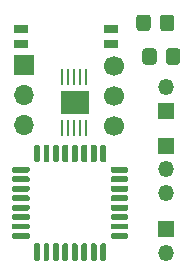
<source format=gbs>
%TF.GenerationSoftware,KiCad,Pcbnew,(5.1.10-1-10_14)*%
%TF.CreationDate,2021-09-29T22:20:09+09:00*%
%TF.ProjectId,seamal,7365616d-616c-42e6-9b69-6361645f7063,rev?*%
%TF.SameCoordinates,Original*%
%TF.FileFunction,Soldermask,Bot*%
%TF.FilePolarity,Negative*%
%FSLAX46Y46*%
G04 Gerber Fmt 4.6, Leading zero omitted, Abs format (unit mm)*
G04 Created by KiCad (PCBNEW (5.1.10-1-10_14)) date 2021-09-29 22:20:09*
%MOMM*%
%LPD*%
G01*
G04 APERTURE LIST*
%ADD10C,0.100000*%
%ADD11R,2.180000X1.720000*%
%ADD12R,0.270000X1.399999*%
%ADD13O,1.350000X1.350000*%
%ADD14R,1.350000X1.350000*%
%ADD15R,1.270000X0.760000*%
%ADD16C,1.700000*%
%ADD17O,1.700000X1.700000*%
%ADD18R,1.700000X1.700000*%
G04 APERTURE END LIST*
D10*
%TO.C,U3*%
G36*
X141696100Y-91151500D02*
G01*
X141696100Y-92998500D01*
X142255900Y-92998500D01*
X142255900Y-91151500D01*
X141696100Y-91151500D01*
G37*
X141696100Y-91151500D02*
X141696100Y-92998500D01*
X142255900Y-92998500D01*
X142255900Y-91151500D01*
X141696100Y-91151500D01*
G36*
X142655900Y-91151500D02*
G01*
X142655900Y-92998500D01*
X143043300Y-92998500D01*
X143043300Y-91151500D01*
X142655900Y-91151500D01*
G37*
X142655900Y-91151500D02*
X142655900Y-92998500D01*
X143043300Y-92998500D01*
X143043300Y-91151500D01*
X142655900Y-91151500D01*
G36*
X143443300Y-91151500D02*
G01*
X143443300Y-92998500D01*
X144003100Y-92998500D01*
X144003100Y-91151500D01*
X143443300Y-91151500D01*
G37*
X143443300Y-91151500D02*
X143443300Y-92998500D01*
X144003100Y-92998500D01*
X144003100Y-91151500D01*
X143443300Y-91151500D01*
G36*
X141696100Y-91151500D02*
G01*
X141696100Y-91481300D01*
X144003100Y-91481300D01*
X144003100Y-91151500D01*
X141696100Y-91151500D01*
G37*
X141696100Y-91151500D02*
X141696100Y-91481300D01*
X144003100Y-91481300D01*
X144003100Y-91151500D01*
X141696100Y-91151500D01*
G36*
X141696100Y-92268700D02*
G01*
X141696100Y-91881300D01*
X144003100Y-91881300D01*
X144003100Y-92268700D01*
X141696100Y-92268700D01*
G37*
X141696100Y-92268700D02*
X141696100Y-91881300D01*
X144003100Y-91881300D01*
X144003100Y-92268700D01*
X141696100Y-92268700D01*
G36*
X141696100Y-92668700D02*
G01*
X141696100Y-92998500D01*
X144003100Y-92998500D01*
X144003100Y-92668700D01*
X141696100Y-92668700D01*
G37*
X141696100Y-92668700D02*
X141696100Y-92998500D01*
X144003100Y-92998500D01*
X144003100Y-92668700D01*
X141696100Y-92668700D01*
%TD*%
D11*
%TO.C,U3*%
X142849600Y-92075000D03*
D12*
X141849599Y-94249999D03*
X142349601Y-94249999D03*
X142849600Y-94249999D03*
X143349599Y-94249999D03*
X143849601Y-94249999D03*
X143849601Y-89900001D03*
X143349599Y-89900001D03*
X142849600Y-89900001D03*
X142349601Y-89900001D03*
X141849599Y-89900001D03*
%TD*%
%TO.C,Motor*%
G36*
G01*
X150107600Y-85794001D02*
X150107600Y-84893999D01*
G75*
G02*
X150357599Y-84644000I249999J0D01*
G01*
X151057601Y-84644000D01*
G75*
G02*
X151307600Y-84893999I0J-249999D01*
G01*
X151307600Y-85794001D01*
G75*
G02*
X151057601Y-86044000I-249999J0D01*
G01*
X150357599Y-86044000D01*
G75*
G02*
X150107600Y-85794001I0J249999D01*
G01*
G37*
G36*
G01*
X148107600Y-85794001D02*
X148107600Y-84893999D01*
G75*
G02*
X148357599Y-84644000I249999J0D01*
G01*
X149057601Y-84644000D01*
G75*
G02*
X149307600Y-84893999I0J-249999D01*
G01*
X149307600Y-85794001D01*
G75*
G02*
X149057601Y-86044000I-249999J0D01*
G01*
X148357599Y-86044000D01*
G75*
G02*
X148107600Y-85794001I0J249999D01*
G01*
G37*
%TD*%
%TO.C,BT1*%
G36*
G01*
X149815600Y-87738799D02*
X149815600Y-88638801D01*
G75*
G02*
X149565601Y-88888800I-249999J0D01*
G01*
X148865599Y-88888800D01*
G75*
G02*
X148615600Y-88638801I0J249999D01*
G01*
X148615600Y-87738799D01*
G75*
G02*
X148865599Y-87488800I249999J0D01*
G01*
X149565601Y-87488800D01*
G75*
G02*
X149815600Y-87738799I0J-249999D01*
G01*
G37*
G36*
G01*
X151815600Y-87738799D02*
X151815600Y-88638801D01*
G75*
G02*
X151565601Y-88888800I-249999J0D01*
G01*
X150865599Y-88888800D01*
G75*
G02*
X150615600Y-88638801I0J249999D01*
G01*
X150615600Y-87738799D01*
G75*
G02*
X150865599Y-87488800I249999J0D01*
G01*
X151565601Y-87488800D01*
G75*
G02*
X151815600Y-87738799I0J-249999D01*
G01*
G37*
%TD*%
D13*
%TO.C,J3*%
X150622000Y-104806500D03*
D14*
X150622000Y-102806500D03*
%TD*%
D15*
%TO.C,SW2*%
X145948400Y-85826600D03*
X138328400Y-87096600D03*
X145948400Y-87096600D03*
X138328400Y-85826600D03*
%TD*%
%TO.C,U1*%
G36*
G01*
X145544000Y-95784000D02*
X145544000Y-97034000D01*
G75*
G02*
X145419000Y-97159000I-125000J0D01*
G01*
X145169000Y-97159000D01*
G75*
G02*
X145044000Y-97034000I0J125000D01*
G01*
X145044000Y-95784000D01*
G75*
G02*
X145169000Y-95659000I125000J0D01*
G01*
X145419000Y-95659000D01*
G75*
G02*
X145544000Y-95784000I0J-125000D01*
G01*
G37*
G36*
G01*
X144744000Y-95784000D02*
X144744000Y-97034000D01*
G75*
G02*
X144619000Y-97159000I-125000J0D01*
G01*
X144369000Y-97159000D01*
G75*
G02*
X144244000Y-97034000I0J125000D01*
G01*
X144244000Y-95784000D01*
G75*
G02*
X144369000Y-95659000I125000J0D01*
G01*
X144619000Y-95659000D01*
G75*
G02*
X144744000Y-95784000I0J-125000D01*
G01*
G37*
G36*
G01*
X143944000Y-95784000D02*
X143944000Y-97034000D01*
G75*
G02*
X143819000Y-97159000I-125000J0D01*
G01*
X143569000Y-97159000D01*
G75*
G02*
X143444000Y-97034000I0J125000D01*
G01*
X143444000Y-95784000D01*
G75*
G02*
X143569000Y-95659000I125000J0D01*
G01*
X143819000Y-95659000D01*
G75*
G02*
X143944000Y-95784000I0J-125000D01*
G01*
G37*
G36*
G01*
X143144000Y-95784000D02*
X143144000Y-97034000D01*
G75*
G02*
X143019000Y-97159000I-125000J0D01*
G01*
X142769000Y-97159000D01*
G75*
G02*
X142644000Y-97034000I0J125000D01*
G01*
X142644000Y-95784000D01*
G75*
G02*
X142769000Y-95659000I125000J0D01*
G01*
X143019000Y-95659000D01*
G75*
G02*
X143144000Y-95784000I0J-125000D01*
G01*
G37*
G36*
G01*
X142344000Y-95784000D02*
X142344000Y-97034000D01*
G75*
G02*
X142219000Y-97159000I-125000J0D01*
G01*
X141969000Y-97159000D01*
G75*
G02*
X141844000Y-97034000I0J125000D01*
G01*
X141844000Y-95784000D01*
G75*
G02*
X141969000Y-95659000I125000J0D01*
G01*
X142219000Y-95659000D01*
G75*
G02*
X142344000Y-95784000I0J-125000D01*
G01*
G37*
G36*
G01*
X141544000Y-95784000D02*
X141544000Y-97034000D01*
G75*
G02*
X141419000Y-97159000I-125000J0D01*
G01*
X141169000Y-97159000D01*
G75*
G02*
X141044000Y-97034000I0J125000D01*
G01*
X141044000Y-95784000D01*
G75*
G02*
X141169000Y-95659000I125000J0D01*
G01*
X141419000Y-95659000D01*
G75*
G02*
X141544000Y-95784000I0J-125000D01*
G01*
G37*
G36*
G01*
X140744000Y-95784000D02*
X140744000Y-97034000D01*
G75*
G02*
X140619000Y-97159000I-125000J0D01*
G01*
X140369000Y-97159000D01*
G75*
G02*
X140244000Y-97034000I0J125000D01*
G01*
X140244000Y-95784000D01*
G75*
G02*
X140369000Y-95659000I125000J0D01*
G01*
X140619000Y-95659000D01*
G75*
G02*
X140744000Y-95784000I0J-125000D01*
G01*
G37*
G36*
G01*
X139944000Y-95784000D02*
X139944000Y-97034000D01*
G75*
G02*
X139819000Y-97159000I-125000J0D01*
G01*
X139569000Y-97159000D01*
G75*
G02*
X139444000Y-97034000I0J125000D01*
G01*
X139444000Y-95784000D01*
G75*
G02*
X139569000Y-95659000I125000J0D01*
G01*
X139819000Y-95659000D01*
G75*
G02*
X139944000Y-95784000I0J-125000D01*
G01*
G37*
G36*
G01*
X139069000Y-97659000D02*
X139069000Y-97909000D01*
G75*
G02*
X138944000Y-98034000I-125000J0D01*
G01*
X137694000Y-98034000D01*
G75*
G02*
X137569000Y-97909000I0J125000D01*
G01*
X137569000Y-97659000D01*
G75*
G02*
X137694000Y-97534000I125000J0D01*
G01*
X138944000Y-97534000D01*
G75*
G02*
X139069000Y-97659000I0J-125000D01*
G01*
G37*
G36*
G01*
X139069000Y-98459000D02*
X139069000Y-98709000D01*
G75*
G02*
X138944000Y-98834000I-125000J0D01*
G01*
X137694000Y-98834000D01*
G75*
G02*
X137569000Y-98709000I0J125000D01*
G01*
X137569000Y-98459000D01*
G75*
G02*
X137694000Y-98334000I125000J0D01*
G01*
X138944000Y-98334000D01*
G75*
G02*
X139069000Y-98459000I0J-125000D01*
G01*
G37*
G36*
G01*
X139069000Y-99259000D02*
X139069000Y-99509000D01*
G75*
G02*
X138944000Y-99634000I-125000J0D01*
G01*
X137694000Y-99634000D01*
G75*
G02*
X137569000Y-99509000I0J125000D01*
G01*
X137569000Y-99259000D01*
G75*
G02*
X137694000Y-99134000I125000J0D01*
G01*
X138944000Y-99134000D01*
G75*
G02*
X139069000Y-99259000I0J-125000D01*
G01*
G37*
G36*
G01*
X139069000Y-100059000D02*
X139069000Y-100309000D01*
G75*
G02*
X138944000Y-100434000I-125000J0D01*
G01*
X137694000Y-100434000D01*
G75*
G02*
X137569000Y-100309000I0J125000D01*
G01*
X137569000Y-100059000D01*
G75*
G02*
X137694000Y-99934000I125000J0D01*
G01*
X138944000Y-99934000D01*
G75*
G02*
X139069000Y-100059000I0J-125000D01*
G01*
G37*
G36*
G01*
X139069000Y-100859000D02*
X139069000Y-101109000D01*
G75*
G02*
X138944000Y-101234000I-125000J0D01*
G01*
X137694000Y-101234000D01*
G75*
G02*
X137569000Y-101109000I0J125000D01*
G01*
X137569000Y-100859000D01*
G75*
G02*
X137694000Y-100734000I125000J0D01*
G01*
X138944000Y-100734000D01*
G75*
G02*
X139069000Y-100859000I0J-125000D01*
G01*
G37*
G36*
G01*
X139069000Y-101659000D02*
X139069000Y-101909000D01*
G75*
G02*
X138944000Y-102034000I-125000J0D01*
G01*
X137694000Y-102034000D01*
G75*
G02*
X137569000Y-101909000I0J125000D01*
G01*
X137569000Y-101659000D01*
G75*
G02*
X137694000Y-101534000I125000J0D01*
G01*
X138944000Y-101534000D01*
G75*
G02*
X139069000Y-101659000I0J-125000D01*
G01*
G37*
G36*
G01*
X139069000Y-102459000D02*
X139069000Y-102709000D01*
G75*
G02*
X138944000Y-102834000I-125000J0D01*
G01*
X137694000Y-102834000D01*
G75*
G02*
X137569000Y-102709000I0J125000D01*
G01*
X137569000Y-102459000D01*
G75*
G02*
X137694000Y-102334000I125000J0D01*
G01*
X138944000Y-102334000D01*
G75*
G02*
X139069000Y-102459000I0J-125000D01*
G01*
G37*
G36*
G01*
X139069000Y-103259000D02*
X139069000Y-103509000D01*
G75*
G02*
X138944000Y-103634000I-125000J0D01*
G01*
X137694000Y-103634000D01*
G75*
G02*
X137569000Y-103509000I0J125000D01*
G01*
X137569000Y-103259000D01*
G75*
G02*
X137694000Y-103134000I125000J0D01*
G01*
X138944000Y-103134000D01*
G75*
G02*
X139069000Y-103259000I0J-125000D01*
G01*
G37*
G36*
G01*
X139944000Y-104134000D02*
X139944000Y-105384000D01*
G75*
G02*
X139819000Y-105509000I-125000J0D01*
G01*
X139569000Y-105509000D01*
G75*
G02*
X139444000Y-105384000I0J125000D01*
G01*
X139444000Y-104134000D01*
G75*
G02*
X139569000Y-104009000I125000J0D01*
G01*
X139819000Y-104009000D01*
G75*
G02*
X139944000Y-104134000I0J-125000D01*
G01*
G37*
G36*
G01*
X140744000Y-104134000D02*
X140744000Y-105384000D01*
G75*
G02*
X140619000Y-105509000I-125000J0D01*
G01*
X140369000Y-105509000D01*
G75*
G02*
X140244000Y-105384000I0J125000D01*
G01*
X140244000Y-104134000D01*
G75*
G02*
X140369000Y-104009000I125000J0D01*
G01*
X140619000Y-104009000D01*
G75*
G02*
X140744000Y-104134000I0J-125000D01*
G01*
G37*
G36*
G01*
X141544000Y-104134000D02*
X141544000Y-105384000D01*
G75*
G02*
X141419000Y-105509000I-125000J0D01*
G01*
X141169000Y-105509000D01*
G75*
G02*
X141044000Y-105384000I0J125000D01*
G01*
X141044000Y-104134000D01*
G75*
G02*
X141169000Y-104009000I125000J0D01*
G01*
X141419000Y-104009000D01*
G75*
G02*
X141544000Y-104134000I0J-125000D01*
G01*
G37*
G36*
G01*
X142344000Y-104134000D02*
X142344000Y-105384000D01*
G75*
G02*
X142219000Y-105509000I-125000J0D01*
G01*
X141969000Y-105509000D01*
G75*
G02*
X141844000Y-105384000I0J125000D01*
G01*
X141844000Y-104134000D01*
G75*
G02*
X141969000Y-104009000I125000J0D01*
G01*
X142219000Y-104009000D01*
G75*
G02*
X142344000Y-104134000I0J-125000D01*
G01*
G37*
G36*
G01*
X143144000Y-104134000D02*
X143144000Y-105384000D01*
G75*
G02*
X143019000Y-105509000I-125000J0D01*
G01*
X142769000Y-105509000D01*
G75*
G02*
X142644000Y-105384000I0J125000D01*
G01*
X142644000Y-104134000D01*
G75*
G02*
X142769000Y-104009000I125000J0D01*
G01*
X143019000Y-104009000D01*
G75*
G02*
X143144000Y-104134000I0J-125000D01*
G01*
G37*
G36*
G01*
X143944000Y-104134000D02*
X143944000Y-105384000D01*
G75*
G02*
X143819000Y-105509000I-125000J0D01*
G01*
X143569000Y-105509000D01*
G75*
G02*
X143444000Y-105384000I0J125000D01*
G01*
X143444000Y-104134000D01*
G75*
G02*
X143569000Y-104009000I125000J0D01*
G01*
X143819000Y-104009000D01*
G75*
G02*
X143944000Y-104134000I0J-125000D01*
G01*
G37*
G36*
G01*
X144744000Y-104134000D02*
X144744000Y-105384000D01*
G75*
G02*
X144619000Y-105509000I-125000J0D01*
G01*
X144369000Y-105509000D01*
G75*
G02*
X144244000Y-105384000I0J125000D01*
G01*
X144244000Y-104134000D01*
G75*
G02*
X144369000Y-104009000I125000J0D01*
G01*
X144619000Y-104009000D01*
G75*
G02*
X144744000Y-104134000I0J-125000D01*
G01*
G37*
G36*
G01*
X145544000Y-104134000D02*
X145544000Y-105384000D01*
G75*
G02*
X145419000Y-105509000I-125000J0D01*
G01*
X145169000Y-105509000D01*
G75*
G02*
X145044000Y-105384000I0J125000D01*
G01*
X145044000Y-104134000D01*
G75*
G02*
X145169000Y-104009000I125000J0D01*
G01*
X145419000Y-104009000D01*
G75*
G02*
X145544000Y-104134000I0J-125000D01*
G01*
G37*
G36*
G01*
X147419000Y-103259000D02*
X147419000Y-103509000D01*
G75*
G02*
X147294000Y-103634000I-125000J0D01*
G01*
X146044000Y-103634000D01*
G75*
G02*
X145919000Y-103509000I0J125000D01*
G01*
X145919000Y-103259000D01*
G75*
G02*
X146044000Y-103134000I125000J0D01*
G01*
X147294000Y-103134000D01*
G75*
G02*
X147419000Y-103259000I0J-125000D01*
G01*
G37*
G36*
G01*
X147419000Y-102459000D02*
X147419000Y-102709000D01*
G75*
G02*
X147294000Y-102834000I-125000J0D01*
G01*
X146044000Y-102834000D01*
G75*
G02*
X145919000Y-102709000I0J125000D01*
G01*
X145919000Y-102459000D01*
G75*
G02*
X146044000Y-102334000I125000J0D01*
G01*
X147294000Y-102334000D01*
G75*
G02*
X147419000Y-102459000I0J-125000D01*
G01*
G37*
G36*
G01*
X147419000Y-101659000D02*
X147419000Y-101909000D01*
G75*
G02*
X147294000Y-102034000I-125000J0D01*
G01*
X146044000Y-102034000D01*
G75*
G02*
X145919000Y-101909000I0J125000D01*
G01*
X145919000Y-101659000D01*
G75*
G02*
X146044000Y-101534000I125000J0D01*
G01*
X147294000Y-101534000D01*
G75*
G02*
X147419000Y-101659000I0J-125000D01*
G01*
G37*
G36*
G01*
X147419000Y-100859000D02*
X147419000Y-101109000D01*
G75*
G02*
X147294000Y-101234000I-125000J0D01*
G01*
X146044000Y-101234000D01*
G75*
G02*
X145919000Y-101109000I0J125000D01*
G01*
X145919000Y-100859000D01*
G75*
G02*
X146044000Y-100734000I125000J0D01*
G01*
X147294000Y-100734000D01*
G75*
G02*
X147419000Y-100859000I0J-125000D01*
G01*
G37*
G36*
G01*
X147419000Y-100059000D02*
X147419000Y-100309000D01*
G75*
G02*
X147294000Y-100434000I-125000J0D01*
G01*
X146044000Y-100434000D01*
G75*
G02*
X145919000Y-100309000I0J125000D01*
G01*
X145919000Y-100059000D01*
G75*
G02*
X146044000Y-99934000I125000J0D01*
G01*
X147294000Y-99934000D01*
G75*
G02*
X147419000Y-100059000I0J-125000D01*
G01*
G37*
G36*
G01*
X147419000Y-99259000D02*
X147419000Y-99509000D01*
G75*
G02*
X147294000Y-99634000I-125000J0D01*
G01*
X146044000Y-99634000D01*
G75*
G02*
X145919000Y-99509000I0J125000D01*
G01*
X145919000Y-99259000D01*
G75*
G02*
X146044000Y-99134000I125000J0D01*
G01*
X147294000Y-99134000D01*
G75*
G02*
X147419000Y-99259000I0J-125000D01*
G01*
G37*
G36*
G01*
X147419000Y-98459000D02*
X147419000Y-98709000D01*
G75*
G02*
X147294000Y-98834000I-125000J0D01*
G01*
X146044000Y-98834000D01*
G75*
G02*
X145919000Y-98709000I0J125000D01*
G01*
X145919000Y-98459000D01*
G75*
G02*
X146044000Y-98334000I125000J0D01*
G01*
X147294000Y-98334000D01*
G75*
G02*
X147419000Y-98459000I0J-125000D01*
G01*
G37*
G36*
G01*
X147419000Y-97659000D02*
X147419000Y-97909000D01*
G75*
G02*
X147294000Y-98034000I-125000J0D01*
G01*
X146044000Y-98034000D01*
G75*
G02*
X145919000Y-97909000I0J125000D01*
G01*
X145919000Y-97659000D01*
G75*
G02*
X146044000Y-97534000I125000J0D01*
G01*
X147294000Y-97534000D01*
G75*
G02*
X147419000Y-97659000I0J-125000D01*
G01*
G37*
%TD*%
D13*
%TO.C,J2*%
X150622000Y-99758000D03*
X150622000Y-97758000D03*
D14*
X150622000Y-95758000D03*
%TD*%
D13*
%TO.C,J1*%
X150622000Y-90773500D03*
D14*
X150622000Y-92773500D03*
%TD*%
D16*
%TO.C,U2*%
X146227800Y-89014300D03*
X146227800Y-91554300D03*
X146227800Y-94094300D03*
D17*
X138597800Y-93994300D03*
X138597800Y-91454300D03*
D18*
X138597800Y-88914300D03*
%TD*%
M02*

</source>
